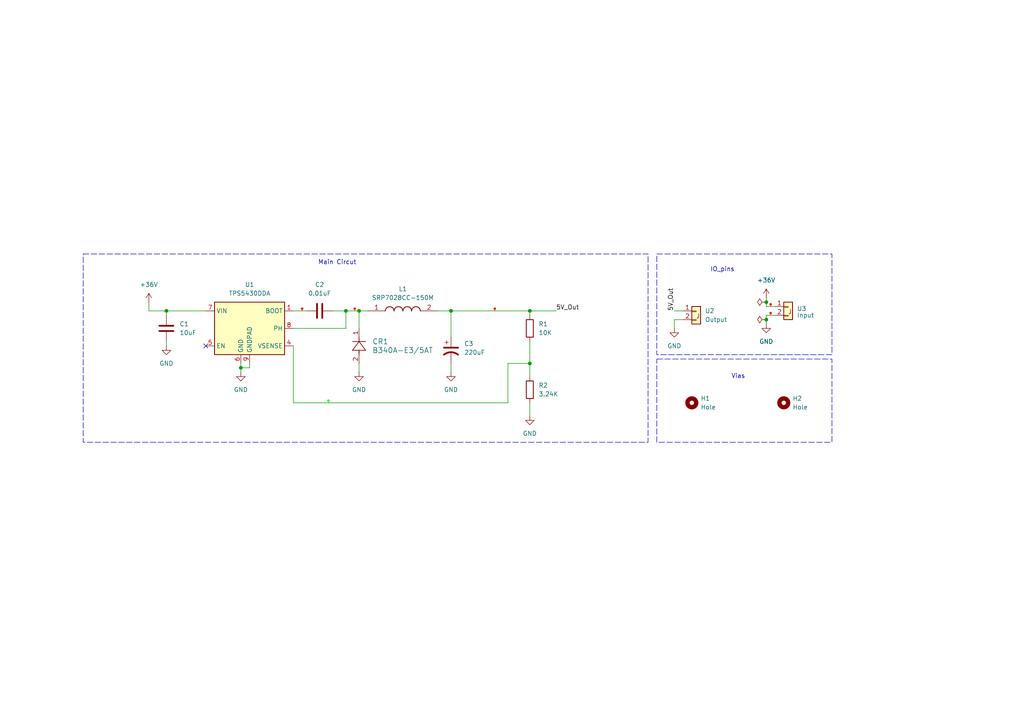
<source format=kicad_sch>
(kicad_sch (version 20231120) (generator "eeschema") (generator_version "8.0")
  (paper "A4")
  (title_block (rev "Bulk Converter"))
  (lib_symbols
    (symbol "2025-09-15_12-20-40:B340A-E3_5AT" (pin_names (offset 0.254))
      (property "Reference" "CR" (at 5.08 4.445 0))
      (property "Value" "B340A-E3/5AT" (at 5.08 -3.81 0))
      (symbol "B340A-E3_5AT_0_1"
        (polyline (pts (xy 2.54 0) (xy 3.4798 0)) (stroke (width 0.2032)))
        (polyline (pts (xy 3.175 0) (xy 3.81 0)) (stroke (width 0.2032)))
        (polyline (pts (xy 3.81 -1.905) (xy 6.35 0)) (stroke (width 0.2032)))
        (polyline (pts (xy 3.81 1.905) (xy 3.81 -1.905)) (stroke (width 0.2032)))
        (polyline (pts (xy 6.35 -1.905) (xy 6.35 1.905)) (stroke (width 0.2032)))
        (polyline (pts (xy 6.35 0) (xy 3.81 1.905)) (stroke (width 0.2032)))
        (polyline (pts (xy 6.35 0) (xy 7.62 0)) (stroke (width 0.2032)))
      )
      (symbol "B340A-E3_5AT_1_1"
        (pin passive line (at 10.16 0 180) (length 2.54) (name "") (number "1"))
        (pin passive line (at 0 0 0) (length 2.54) (name "") (number "2"))
      )
    )
    (symbol "2_P_C:2-pin-connector"
      (property "Reference" "U" (at -0.762 1.016 0))
      (symbol "2-pin-connector_1_1"
        (rectangle (start 2.54 0) (end 3.81 -0.254) (stroke (width 0.1524)))
        (rectangle (start 2.54 2.54) (end 3.81 2.286) (stroke (width 0.1524)))
        (rectangle (start 2.54 3.81) (end 5.08 -1.27) (stroke (width 0.254)) (fill (type background)))
        (text "J" (at 4.318 1.016 0) (effects (font (size 1.27 1.27))))
        (pin passive line (at 0 2.54 0) (length 2.54) (name "") (number "1"))
        (pin passive line (at 0 0 0) (length 2.54) (name "") (number "2"))
      )
    )
    (symbol "Device:C" (pin_numbers hide) (pin_names (offset 0.254))
      (property "Reference" "C" (at 0.635 2.54 0))
      (property "Value" "C" (at 0.635 -2.54 0))
      (symbol "C_0_1"
        (polyline (pts (xy -2.032 -0.762) (xy 2.032 -0.762)) (stroke (width 0.508)))
        (polyline (pts (xy -2.032 0.762) (xy 2.032 0.762)) (stroke (width 0.508)))
      )
      (symbol "C_1_1"
        (pin passive line (at 0 3.81 270) (length 2.794) (name "~") (number "1"))
        (pin passive line (at 0 -3.81 90) (length 2.794) (name "~") (number "2"))
      )
    )
    (symbol "Device:C_Polarized_US" (pin_numbers hide) (pin_names (offset 0.254) hide)
      (property "Reference" "C" (at 0.635 2.54 0))
      (property "Value" "C_Polarized_US" (at 0.635 -2.54 0))
      (symbol "C_Polarized_US_0_1"
        (polyline (pts (xy -2.032 0.762) (xy 2.032 0.762)) (stroke (width 0.508)))
        (polyline (pts (xy -1.778 2.286) (xy -0.762 2.286)))
        (polyline (pts (xy -1.27 1.778) (xy -1.27 2.794)))
        (arc (start 2.032 -1.27) (mid 0 -0.5572) (end -2.032 -1.27) (stroke (width 0.508)))
      )
      (symbol "C_Polarized_US_1_1"
        (pin passive line (at 0 3.81 270) (length 2.794) (name "~") (number "1"))
        (pin passive line (at 0 -3.81 90) (length 3.302) (name "~") (number "2"))
      )
    )
    (symbol "Device:R" (pin_numbers hide) (pin_names (offset 0))
      (property "Reference" "R" (at 2.032 0 90))
      (property "Value" "R" (at 0 0 90))
      (symbol "R_0_1"
        (rectangle (start -1.016 -2.54) (end 1.016 2.54) (stroke (width 0.254)))
      )
      (symbol "R_1_1"
        (pin passive line (at 0 3.81 270) (length 1.27) (name "~") (number "1"))
        (pin passive line (at 0 -3.81 90) (length 1.27) (name "~") (number "2"))
      )
    )
    (symbol "Mechanical:MountingHole" (pin_names (offset 1.016)) (exclude_from_sim yes) (in_bom no)
      (property "Reference" "H" (at 0 5.08 0))
      (property "Value" "MountingHole" (at 0 3.175 0))
      (symbol "MountingHole_0_1"
        (circle (center 0 0) (radius 1.27) (stroke (width 1.27)))
      )
    )
    (symbol "Regulator_Switching:TPS5430DDA"
      (property "Reference" "U" (at -10.16 8.89 0))
      (property "Value" "TPS5430DDA" (at -1.27 8.89 0))
      (symbol "TPS5430DDA_0_1"
        (rectangle (start -10.16 7.62) (end 10.16 -7.62) (stroke (width 0.254)) (fill (type background)))
      )
      (symbol "TPS5430DDA_1_1"
        (pin input line (at 12.7 5.08 180) (length 2.54) (name "BOOT") (number "1"))
        (pin no_connect line (at -10.16 2.54 0) (length 2.54) hide (name "NC") (number "2"))
        (pin no_connect line (at -10.16 -2.54 0) (length 2.54) hide (name "NC") (number "3"))
        (pin input line (at 12.7 -5.08 180) (length 2.54) (name "VSENSE") (number "4"))
        (pin input line (at -12.7 -5.08 0) (length 2.54) (name "EN") (number "5"))
        (pin power_in line (at -2.54 -10.16 90) (length 2.54) (name "GND") (number "6"))
        (pin power_in line (at -12.7 5.08 0) (length 2.54) (name "VIN") (number "7"))
        (pin output line (at 12.7 0 180) (length 2.54) (name "PH") (number "8"))
        (pin power_in line (at 0 -10.16 90) (length 2.54) (name "GNDPAD") (number "9"))
      )
    )
    (symbol "SRP7028CC-150M:SRP7028CC-150M" (pin_names hide)
      (property "Reference" "L" (at 16.51 6.35 0))
      (property "Value" "SRP7028CC-150M" (at 16.51 3.81 0))
      (symbol "SRP7028CC-150M_1_1"
        (arc (start 7.62 0) (mid 6.35 1.219) (end 5.08 0) (stroke (width 0.254)))
        (arc (start 10.16 0) (mid 8.89 1.219) (end 7.62 0) (stroke (width 0.254)))
        (arc (start 12.7 0) (mid 11.43 1.219) (end 10.16 0) (stroke (width 0.254)))
        (arc (start 15.24 0) (mid 13.97 1.219) (end 12.7 0) (stroke (width 0.254)))
        (pin passive line (at 0 0 0) (length 5.08) (name "1") (number "1"))
        (pin passive line (at 20.32 0 180) (length 5.08) (name "2") (number "2"))
      )
    )
    (symbol "power:+36V" (power) (pin_numbers hide) (pin_names (offset 0) hide)
      (property "Value" "+36V" (at 0 3.556 0))
      (symbol "+36V_0_1"
        (polyline (pts (xy -0.762 1.27) (xy 0 2.54)))
        (polyline (pts (xy 0 0) (xy 0 2.54)))
        (polyline (pts (xy 0 2.54) (xy 0.762 1.27)))
      )
      (symbol "+36V_1_1"
        (pin power_in line (at 0 0 90) (length 0) (name "~") (number "1"))
      )
    )
    (symbol "power:GND" (power) (pin_numbers hide) (pin_names (offset 0) hide)
      (property "Value" "GND" (at 0 -3.81 0))
      (symbol "GND_0_1"
        (polyline (pts (xy 0 0) (xy 0 -1.27) (xy 1.27 -1.27) (xy 0 -2.54) (xy -1.27 -1.27) (xy 0 -1.27)))
      )
      (symbol "GND_1_1"
        (pin power_in line (at 0 0 270) (length 0) (name "~") (number "1"))
      )
    )
    (symbol "power:PWR_FLAG" (power) (pin_numbers hide) (pin_names (offset 0) hide)
      (property "Value" "PWR_FLAG" (at 0 3.81 0))
      (symbol "PWR_FLAG_0_0"
        (pin power_out line (at 0 0 90) (length 0) (name "~") (number "1"))
      )
      (symbol "PWR_FLAG_0_1"
        (polyline (pts (xy 0 0) (xy 0 1.27) (xy -1.016 1.905) (xy 0 2.54) (xy 1.016 1.905) (xy 0 1.27)))
      )
    )
  )
  (junction (at 153.67 90.17))
  (junction (at 222.25 92.71))
  (junction (at 104.14 90.17))
  (junction (at 153.67 105.41))
  (junction (at 130.81 90.17))
  (junction (at 222.25 87.63))
  (junction (at 48.26 90.17))
  (junction (at 69.85 106.68))
  (junction (at 100.33 90.17))
  (no_connect (at 59.69 100.33))
  (wire (pts (xy 222.25 87.63) (xy 222.25 88.9)))
  (wire (pts (xy 69.85 106.68) (xy 69.85 107.95)))
  (wire (pts (xy 85.09 95.25) (xy 100.33 95.25)))
  (wire (pts (xy 222.25 88.9) (xy 224.79 88.9)))
  (wire (pts (xy 96.52 90.17) (xy 100.33 90.17)))
  (wire (pts (xy 222.25 91.44) (xy 222.25 92.71)))
  (wire (pts (xy 130.81 90.17) (xy 130.81 97.79)))
  (wire (pts (xy 104.14 105.41) (xy 104.14 107.95)))
  (wire (pts (xy 147.32 105.41) (xy 153.67 105.41)))
  (wire (pts (xy 104.14 90.17) (xy 104.14 95.25)))
  (wire (pts (xy 198.12 92.71) (xy 195.58 92.71)))
  (wire (pts (xy 153.67 91.44) (xy 153.67 90.17)))
  (wire (pts (xy 130.81 105.41) (xy 130.81 107.95)))
  (wire (pts (xy 69.85 105.41) (xy 69.85 106.68)))
  (wire (pts (xy 195.58 92.71) (xy 195.58 95.25)))
  (wire (pts (xy 224.79 91.44) (xy 222.25 91.44)))
  (wire (pts (xy 69.85 106.68) (xy 72.39 106.68)))
  (wire (pts (xy 147.32 116.84) (xy 147.32 105.41)))
  (wire (pts (xy 153.67 105.41) (xy 153.67 109.22)))
  (wire (pts (xy 222.25 86.36) (xy 222.25 87.63)))
  (wire (pts (xy 104.14 90.17) (xy 106.68 90.17)))
  (wire (pts (xy 222.25 92.71) (xy 222.25 93.98)))
  (wire (pts (xy 100.33 95.25) (xy 100.33 90.17)))
  (wire (pts (xy 43.18 90.17) (xy 48.26 90.17)))
  (wire (pts (xy 130.81 90.17) (xy 153.67 90.17)))
  (wire (pts (xy 85.09 116.84) (xy 147.32 116.84)))
  (wire (pts (xy 127 90.17) (xy 130.81 90.17)))
  (wire (pts (xy 153.67 90.17) (xy 161.29 90.17)))
  (wire (pts (xy 48.26 90.17) (xy 59.69 90.17)))
  (wire (pts (xy 153.67 99.06) (xy 153.67 105.41)))
  (wire (pts (xy 43.18 87.63) (xy 43.18 90.17)))
  (wire (pts (xy 85.09 90.17) (xy 88.9 90.17)))
  (wire (pts (xy 72.39 105.41) (xy 72.39 106.68)))
  (wire (pts (xy 195.58 90.17) (xy 198.12 90.17)))
  (wire (pts (xy 48.26 99.06) (xy 48.26 100.33)))
  (wire (pts (xy 100.33 90.17) (xy 104.14 90.17)))
  (wire (pts (xy 48.26 90.17) (xy 48.26 91.44)))
  (wire (pts (xy 85.09 100.33) (xy 85.09 116.84)))
  (wire (pts (xy 153.67 116.84) (xy 153.67 120.65)))
  (rectangle (start 190.5 73.66) (end 241.3 102.87) (stroke (width 0) (type dash)))
  (rectangle (start 24.13 73.66) (end 187.96 128.27) (stroke (width 0) (type dash)))
  (rectangle (start 190.5 104.14) (end 241.3 128.27) (stroke (width 0) (type dash)))
  (text "Main Circut " (at 98.298 76.2 0) (effects (font (size 1.27 1.27))))
  (text "IO_pins" (at 209.55 78.232 0) (effects (font (size 1.27 1.27))))
  (text "Vias\n" (at 214.122 109.22 0) (effects (font (size 1.27 1.27))))
  (label "5V_Out" (at 195.58 90.17 90))
  (label "5V_Out" (at 161.29 90.17 0))
  (netclass_flag "" (length 0.635) (shape dot) (at 143.51 90.17 0) (property "Netclass" "Power" (effects (hide yes))))
  (netclass_flag "" (length 0.635) (shape dot) (at 223.52 88.9 0) (property "Netclass" "Power" (effects (hide yes))))
  (netclass_flag "" (length 0.635) (shape dot) (at 87.63 90.17 0) (property "Netclass" "Power" (effects (hide yes))))
  (netclass_flag "" (length 0.635) (shape dot) (at 223.52 91.44 0) (property "Netclass" "Power" (effects (hide yes))))
  (netclass_flag "" (length 0.635) (shape dot) (at 95.25 116.84 0) (property "Netclass" "Signal" (effects (hide yes))))
  (netclass_flag "" (length 0.635) (shape dot) (at 102.87 90.17 0) (property "Netclass" "Power" (effects (hide yes))))
  (symbol (lib_id "Device:C") (at 48.26 95.25 0) (unit 1)
    (property "Reference" "C1" (at 52.07 93.9799 0) (effects (justify left)))
    (property "Value" "10uF" (at 52.07 96.5199 0) (effects (justify left)))
    (property "Footprint" "Capacitor_SMD:C_1210_3225Metric_Pad1.33x2.70mm_HandSolder" (effects (hide yes)))
    (property "Description" "Unpolarized capacitor" (effects (hide yes)))
  )
  (symbol (lib_id "power:+36V") (at 43.18 87.63 0) (unit 1)
    (property "Reference" "#PWR01" (effects (hide yes)))
    (property "Value" "+36V" (at 43.18 82.55 0))
    (property "Description" "Power symbol creates a global label with name \"+36V\"" (effects (hide yes)))
  )
  (symbol (lib_id "power:+36V") (at 222.25 86.36 0) (unit 1)
    (property "Reference" "#PWR08" (effects (hide yes)))
    (property "Value" "+36V" (at 222.25 81.28 0))
    (property "Description" "Power symbol creates a global label with name \"+36V\"" (effects (hide yes)))
  )
  (symbol (lib_id "power:GND") (at 69.85 107.95 0) (unit 1)
    (property "Reference" "#PWR03" (effects (hide yes)))
    (property "Value" "GND" (at 69.85 113.03 0))
    (property "Description" "Power symbol creates a global label with name \"GND\" , ground" (effects (hide yes)))
  )
  (symbol (lib_id "power:PWR_FLAG") (at 222.25 92.71 90) (unit 1)
    (property "Reference" "#FLG02" (effects (hide yes)))
    (property "Value" "PWR_FLAG" (effects (hide yes)))
    (property "Description" "Special symbol for telling ERC where power comes from" (effects (hide yes)))
  )
  (symbol (lib_id "Device:C_Polarized_US") (at 130.81 101.6 0) (unit 1)
    (property "Reference" "C3" (at 134.62 99.6949 0) (effects (justify left)))
    (property "Value" "220uF" (at 134.62 102.2349 0) (effects (justify left)))
    (property "Footprint" "Capacitor_Tantalum_SMD:CP_EIA-7343-40_Kemet-Y_Pad2.25x2.55mm_HandSolder" (effects (hide yes)))
    (property "Description" "Polarized capacitor, US symbol" (effects (hide yes)))
  )
  (symbol (lib_id "power:PWR_FLAG") (at 222.25 87.63 90) (unit 1)
    (property "Reference" "#FLG01" (effects (hide yes)))
    (property "Value" "PWR_FLAG" (effects (hide yes)))
    (property "Description" "Special symbol for telling ERC where power comes from" (effects (hide yes)))
  )
  (symbol (lib_id "2025-09-15_12-20-40:B340A-E3_5AT") (at 104.14 105.41 90) (unit 1)
    (property "Reference" "CR1" (at 107.95 99.0599 90) (effects (font (size 1.524 1.524)) (justify right)))
    (property "Value" "B340A-E3/5AT" (at 107.95 101.5999 90) (effects (font (size 1.524 1.524)) (justify right)))
    (property "Footprint" "B340A:CR_0A-E3&slash_5AT_VIS" (effects (hide yes)))
    (property "Datasheet" "https://www.vishay.com/doc?88896" (effects (hide yes)))
  )
  (symbol (lib_id "Mechanical:MountingHole") (at 227.33 116.84 0) (unit 1) (exclude_from_sim yes) (in_bom no)
    (property "Reference" "H2" (at 229.87 115.5699 0) (effects (justify left)))
    (property "Value" "Hole" (at 229.87 118.1099 0) (effects (justify left)))
    (property "Footprint" "MountingHole:MountingHole_2.7mm_M2.5" (effects (hide yes)))
    (property "Description" "Mounting Hole without connection" (effects (hide yes)))
  )
  (symbol (lib_id "2_P_C:2-pin-connector") (at 198.12 92.71 0) (unit 1)
    (property "Reference" "U2" (at 204.47 90.1699 0) (effects (justify left)))
    (property "Value" "Output" (at 204.47 92.7099 0) (effects (justify left)))
    (property "Footprint" "2_pin_C:2-p-connector" (effects (hide yes)))
  )
  (symbol (lib_id "power:GND") (at 48.26 100.33 0) (unit 1)
    (property "Reference" "#PWR02" (effects (hide yes)))
    (property "Value" "GND" (at 48.26 105.41 0))
    (property "Description" "Power symbol creates a global label with name \"GND\" , ground" (effects (hide yes)))
  )
  (symbol (lib_id "power:GND") (at 195.58 95.25 0) (unit 1)
    (property "Reference" "#PWR07" (effects (hide yes)))
    (property "Value" "GND" (at 195.58 100.33 0))
    (property "Description" "Power symbol creates a global label with name \"GND\" , ground" (effects (hide yes)))
  )
  (symbol (lib_id "power:GND") (at 104.14 107.95 0) (unit 1)
    (property "Reference" "#PWR04" (effects (hide yes)))
    (property "Value" "GND" (at 104.14 113.03 0))
    (property "Description" "Power symbol creates a global label with name \"GND\" , ground" (effects (hide yes)))
  )
  (symbol (lib_id "2_P_C:2-pin-connector") (at 224.79 91.44 0) (unit 1)
    (property "Reference" "U3" (at 231.14 89.5349 0) (effects (justify left)))
    (property "Value" "Input" (at 231.14 91.44 0) (effects (justify left)))
    (property "Footprint" "2_pin_C:2-p-connector" (effects (hide yes)))
  )
  (symbol (lib_id "power:GND") (at 222.25 93.98 0) (unit 1)
    (property "Reference" "#PWR09" (effects (hide yes)))
    (property "Value" "GND" (at 222.25 99.06 0))
    (property "Description" "Power symbol creates a global label with name \"GND\" , ground" (effects (hide yes)))
  )
  (symbol (lib_id "Device:R") (at 153.67 113.03 0) (unit 1)
    (property "Reference" "R2" (at 156.21 111.7599 0) (effects (justify left)))
    (property "Value" "3.24K" (at 156.21 114.2999 0) (effects (justify left)))
    (property "Footprint" "Resistor_SMD:R_0603_1608Metric_Pad0.98x0.95mm_HandSolder" (effects (hide yes)))
    (property "Description" "Resistor" (effects (hide yes)))
  )
  (symbol (lib_id "Mechanical:MountingHole") (at 200.66 116.84 0) (unit 1) (exclude_from_sim yes) (in_bom no)
    (property "Reference" "H1" (at 203.2 115.5699 0) (effects (justify left)))
    (property "Value" "Hole" (at 203.2 118.1099 0) (effects (justify left)))
    (property "Footprint" "MountingHole:MountingHole_2.7mm_M2.5" (effects (hide yes)))
    (property "Description" "Mounting Hole without connection" (effects (hide yes)))
  )
  (symbol (lib_id "Device:C") (at 92.71 90.17 90) (unit 1)
    (property "Reference" "C2" (at 92.71 82.55 90))
    (property "Value" "0.01uF" (at 92.71 85.09 90))
    (property "Footprint" "Capacitor_SMD:C_0805_2012Metric_Pad1.18x1.45mm_HandSolder" (effects (hide yes)))
    (property "Description" "Unpolarized capacitor" (effects (hide yes)))
  )
  (symbol (lib_id "Regulator_Switching:TPS5430DDA") (at 72.39 95.25 0) (unit 1)
    (property "Reference" "U1" (at 72.39 82.55 0))
    (property "Value" "TPS5430DDA" (at 72.39 85.09 0))
    (property "Footprint" "Package_SO:TI_SO-PowerPAD-8_ThermalVias" (effects (hide yes)))
    (property "Datasheet" "http://www.ti.com/lit/ds/symlink/tps5430.pdf" (effects (hide yes)))
    (property "Description" "3A, Step Down Swift Converter, Adjustable Output Voltage, 5.5-36V Input Voltage, PowerSO-8" (effects (hide yes)))
  )
  (symbol (lib_id "power:GND") (at 153.67 120.65 0) (unit 1)
    (property "Reference" "#PWR06" (effects (hide yes)))
    (property "Value" "GND" (at 153.67 125.73 0))
    (property "Description" "Power symbol creates a global label with name \"GND\" , ground" (effects (hide yes)))
  )
  (symbol (lib_id "Device:R") (at 153.67 95.25 0) (unit 1)
    (property "Reference" "R1" (at 156.21 93.9799 0) (effects (justify left)))
    (property "Value" "10K" (at 156.21 96.5199 0) (effects (justify left)))
    (property "Footprint" "Resistor_SMD:R_0603_1608Metric_Pad0.98x0.95mm_HandSolder" (effects (hide yes)))
    (property "Description" "Resistor" (effects (hide yes)))
  )
  (symbol (lib_id "power:GND") (at 130.81 107.95 0) (unit 1)
    (property "Reference" "#PWR05" (effects (hide yes)))
    (property "Value" "GND" (at 130.81 113.03 0))
    (property "Description" "Power symbol creates a global label with name \"GND\" , ground" (effects (hide yes)))
  )
  (symbol (lib_id "SRP7028CC-150M:SRP7028CC-150M") (at 106.68 90.17 0) (unit 1)
    (property "Reference" "L1" (at 116.84 83.82 0))
    (property "Value" "SRP7028CC-150M" (at 116.84 86.36 0))
    (property "Footprint" "SRP7028CC-150M:INDPM7366X300N" (effects (hide yes)))
    (property "Datasheet" "https://www.bourns.com/docs/Product-Datasheets/SRP7028CC.pdf" (effects (hide yes)))
    (property "Description" "Ind,7.3x6.6x2.8mm,15uH+/-20%,3A,shd" (effects (hide yes)))
    (property "Height" "3" (effects (hide yes)))
    (property "Mouser Part Number" "652-SRP7028CC-150M" (effects (hide yes)))
    (property "Mouser Price/Stock" "https://www.mouser.co.uk/ProductDetail/Bourns/SRP7028CC-150M?qs=1Kr7Jg1SGW%252BdV87frXW7uQ%3D%3D" (effects (hide yes)))
    (property "Manufacturer_Name" "Bourns" (effects (hide yes)))
    (property "Manufacturer_Part_Number" "SRP7028CC-150M" (effects (hide yes)))
  )
)
</source>
